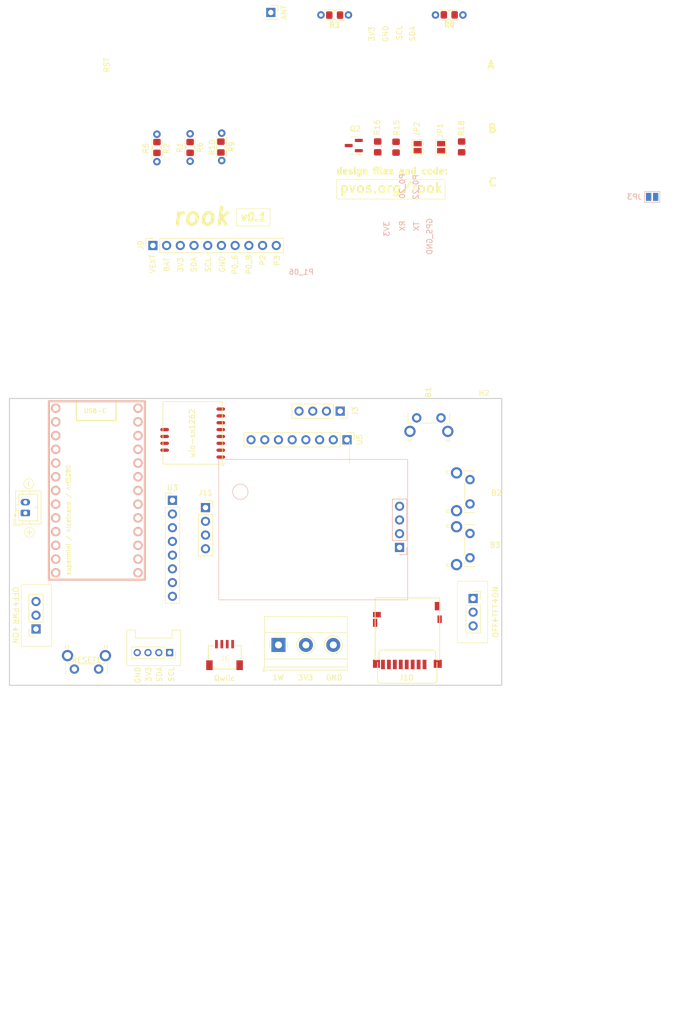
<source format=kicad_pcb>
(kicad_pcb (version 20240108) (generator "pcbnew") (generator_version "8.0")
  (layers (0 "F.Cu" signal) (31 "B.Cu" signal) (34 "B.Paste" user) (35 "F.Paste" user) (36 "B.SilkS" user "B.Silkscreen") (37 "F.SilkS" user "F.Silkscreen") (38 "B.Mask" user) (39 "F.Mask" user) (44 "Edge.Cuts" user))
  (net 0 "")
  (net 1 "P1_06")
  (net 2 "GPS_GND")
  (net 3 "RF_SW")
  (net 4 "MESH_BATT_MEASURE")
  (net 5 "GND")
  (net 6 "BAT")
  (net 7 "GPS_TX")
  (net 8 "GPS_RX")
  (net 9 "3V3")
  (net 10 "MESH_RST")
  (net 11 "Net-(J2-Pin_3)")
  (net 12 "LORA_RST")
  (net 13 "BUSY")
  (net 14 "ANT")
  (net 15 "MOSI")
  (net 16 "MISO")
  (net 17 "DIO1")
  (net 18 "Net-(J2-Pin_2)")
  (net 19 "SCK")
  (net 20 "SCL")
  (net 21 "SDA")
  (net 22 "V_EXT")
  (net 23 "P0_6")
  (net 24 "P0_8")
  (net 28 "BUTTON_A")
  (net 29 "GPS_EN")
  (net 30 "LORA_CS")
  (net 31 "P3")
  (net 32 "P2")
  (net 33 "Backlight")
  (footprint "footprints:JST_SH4_SKINNY" (layer "F.Cu") (at 19.675 118.4265)
    (property "Reference" "J6" (at -0.75 0.686 0) (layer "F.SilkS") (effects (font (size 0.93472 0.93472) (thickness 0.08128)) (justify left bottom)))
    (property "Value" "Conn_01x04_Socket" (hide yes))
    (pad "1" smd rect (at -1.5 -2.514 90) (size 1.55 0.5) (layers "F.Cu" "F.Paste" "F.Mask") (net 20 "SCL"))
    (pad "2" smd rect (at -0.5 -2.514 90) (size 1.55 0.5) (layers "F.Cu" "F.Paste" "F.Mask") (net 21 "SDA"))
    (pad "3" smd rect (at 0.5 -2.514 90) (size 1.55 0.5) (layers "F.Cu" "F.Paste" "F.Mask") (net 9 "3V3"))
    (pad "4" smd rect (at 1.5 -2.514 90) (size 1.55 0.5) (layers "F.Cu" "F.Paste" "F.Mask") (net 5 "GND"))
    (pad "MT1" smd rect (at -2.8 1.386 90) (size 1.8 1.2) (layers "F.Cu" "F.Paste" "F.Mask"))
    (pad "MT2" smd rect (at 2.8 1.386 90) (size 1.8 1.2) (layers "F.Cu" "F.Paste" "F.Mask"))
  )
  (footprint "Connector_JST:JST_PH_B2B-PH-K_1x02_P2.00mm_Vertical" (layer "F.Cu") (at -17.228046 91.625 90)
    (property "Reference" "J1" (hide yes))
    (property "Value" "Conn_01x02_Socket" (hide yes))
    (pad "1" thru_hole roundrect (at 0 0 90) (size 1.2 1.75) (drill 0.75) (layers "*.Cu" "*.Mask") (roundrect_rratio 0.208333) (net 22 "V_EXT"))
    (pad "2" thru_hole oval (at 2 0 90) (size 1.2 1.75) (drill 0.75) (layers "*.Cu" "*.Mask") (net 5 "GND"))
  )
  (footprint "footprints:st7789_154in_240x240" (layer "F.Cu") (at 42.365 78.075 -90)
    (property "Reference" "U5" (at 0 -2.33 -90) (layer "F.SilkS"))
    (property "Value" "~")
    (pad "1" thru_hole rect (at 0 0 270) (size 1.7 1.7) (drill 1) (layers "*.Cu" "*.Mask") (net 9 "3V3"))
    (pad "2" thru_hole oval (at 0 2.54 270) (size 1.7 1.7) (drill 1) (layers "*.Cu" "*.Mask"))
    (pad "3" thru_hole oval (at 0 5.08 270) (size 1.7 1.7) (drill 1) (layers "*.Cu" "*.Mask"))
    (pad "4" thru_hole oval (at 0 7.62 270) (size 1.7 1.7) (drill 1) (layers "*.Cu" "*.Mask"))
    (pad "5" thru_hole oval (at 0 10.16 270) (size 1.7 1.7) (drill 1) (layers "*.Cu" "*.Mask"))
    (pad "6" thru_hole oval (at 0 12.7 270) (size 1.7 1.7) (drill 1) (layers "*.Cu" "*.Mask"))
    (pad "7" thru_hole oval (at 0 15.24 270) (size 1.7 1.7) (drill 1) (layers "*.Cu" "*.Mask"))
    (pad "8" thru_hole oval (at 0 17.78 270) (size 1.7 1.7) (drill 1) (layers "*.Cu" "*.Mask"))
  )
  (footprint "Jumper:SolderJumper-2_P1.3mm_Open_Pad1.0x1.5mm" (layer "F.Cu") (at 55.45 23.9 90)
    (property "Reference" "JP2" (at 3.35 -0.15 90) (layer "F.SilkS"))
    (property "Value" "Jumper_2_Open")
    (pad "1" smd rect (at -0.65 0 90) (size 1 1.5) (layers "F.Cu" "F.Mask") (net 18 "Net-(J2-Pin_2)"))
    (pad "2" smd rect (at 0.65 0 90) (size 1 1.5) (layers "F.Cu" "F.Mask") (net 8 "GPS_RX"))
  )
  (footprint "footprints:nice_nano_cleanest" (layer "F.Cu") (at -3.98 88.73 -90)
    (property "Reference" "U2" (hide yes))
    (property "Value" "nice_nano_clean" (hide yes))
    (fp_text user "supermini / nice!nano / nrf5280" (at 4.17 5.27 90) (layer "F.SilkS") (effects (font (size 0.8 0.8))))
    (fp_text user "USB-C" (at -16 0.3 0) (layer "F.SilkS") (effects (font (size 0.8 0.8))))
    (pad "1" thru_hole circle (at -13.97 7.62 270) (size 1.7526 1.7526) (drill 1.0922) (layers "*.Cu" "*.SilkS" "*.Mask") (net 23 "P0_6"))
    (pad "2" thru_hole circle (at -11.43 7.62 270) (size 1.7526 1.7526) (drill 1.0922) (layers "*.Cu" "*.SilkS" "*.Mask") (net 24 "P0_8"))
    (pad "3" thru_hole circle (at -8.89 7.62 270) (size 1.7526 1.7526) (drill 1.0922) (layers "*.Cu" "*.SilkS" "*.Mask") (net 5 "GND"))
    (pad "4" thru_hole circle (at -6.35 7.62 270) (size 1.7526 1.7526) (drill 1.0922) (layers "*.Cu" "*.SilkS" "*.Mask") (net 5 "GND"))
    (pad "5" thru_hole circle (at -3.81 7.62 270) (size 1.7526 1.7526) (drill 1.0922) (layers "*.Cu" "*.SilkS" "*.Mask") (net 3 "RF_SW"))
    (pad "6" thru_hole circle (at -1.27 7.62 270) (size 1.7526 1.7526) (drill 1.0922) (layers "*.Cu" "*.SilkS" "*.Mask") (net 8 "GPS_RX"))
    (pad "7" thru_hole circle (at 1.27 7.62 270) (size 1.7526 1.7526) (drill 1.0922) (layers "*.Cu" "*.SilkS" "*.Mask") (net 7 "GPS_TX"))
    (pad "8" thru_hole circle (at 3.81 7.62 270) (size 1.7526 1.7526) (drill 1.0922) (layers "*.Cu" "*.SilkS" "*.Mask") (net 29 "GPS_EN"))
    (pad "9" thru_hole circle (at 6.35 7.62 270) (size 1.7526 1.7526) (drill 1.0922) (layers "*.Cu" "*.SilkS" "*.Mask") (net 28 "BUTTON_A"))
    (pad "10" thru_hole circle (at 8.89 7.62 270) (size 1.7526 1.7526) (drill 1.0922) (layers "*.Cu" "*.SilkS" "*.Mask") (net 20 "SCL"))
    (pad "11" thru_hole circle (at 11.43 7.62 270) (size 1.7526 1.7526) (drill 1.0922) (layers "*.Cu" "*.SilkS" "*.Mask") (net 21 "SDA"))
    (pad "12" thru_hole circle (at 13.97 7.62 270) (size 1.7526 1.7526) (drill 1.0922) (layers "*.Cu" "*.SilkS" "*.Mask") (net 1 "P1_06"))
    (pad "13" thru_hole circle (at 13.97 -7.62 270) (size 1.7526 1.7526) (drill 1.0922) (layers "*.Cu" "*.SilkS" "*.Mask") (net 12 "LORA_RST"))
    (pad "14" thru_hole circle (at 11.43 -7.62 270) (size 1.7526 1.7526) (drill 1.0922) (layers "*.Cu" "*.SilkS" "*.Mask") (net 17 "DIO1"))
    (pad "15" thru_hole circle (at 8.89 -7.62 270) (size 1.7526 1.7526) (drill 1.0922) (layers "*.Cu" "*.SilkS" "*.Mask") (net 19 "SCK"))
    (pad "16" thru_hole circle (at 6.35 -7.62 270) (size 1.7526 1.7526) (drill 1.0922) (layers "*.Cu" "*.SilkS" "*.Mask") (net 30 "LORA_CS"))
    (pad "17" thru_hole circle (at 3.81 -7.62 270) (size 1.7526 1.7526) (drill 1.0922) (layers "*.Cu" "*.SilkS" "*.Mask") (net 15 "MOSI"))
    (pad "18" thru_hole circle (at 1.27 -7.62 270) (size 1.7526 1.7526) (drill 1.0922) (layers "*.Cu" "*.SilkS" "*.Mask") (net 16 "MISO"))
    (pad "19" thru_hole circle (at -1.27 -7.62 270) (size 1.7526 1.7526) (drill 1.0922) (layers "*.Cu" "*.SilkS" "*.Mask") (net 13 "BUSY"))
    (pad "20" thru_hole circle (at -3.81 -7.62 270) (size 1.7526 1.7526) (drill 1.0922) (layers "*.Cu" "*.SilkS" "*.Mask") (net 4 "MESH_BATT_MEASURE"))
    (pad "21" thru_hole circle (at -6.35 -7.62 270) (size 1.7526 1.7526) (drill 1.0922) (layers "*.Cu" "*.SilkS" "*.Mask") (net 9 "3V3"))
    (pad "22" thru_hole circle (at -8.89 -7.62 270) (size 1.7526 1.7526) (drill 1.0922) (layers "*.Cu" "*.SilkS" "*.Mask") (net 10 "MESH_RST"))
    (pad "23" thru_hole circle (at -11.43 -7.62 270) (size 1.7526 1.7526) (drill 1.0922) (layers "*.Cu" "*.SilkS" "*.Mask") (net 5 "GND"))
    (pad "24" thru_hole circle (at -13.97 -7.62 270) (size 1.7526 1.7526) (drill 1.0922) (layers "*.Cu" "*.SilkS" "*.Mask") (net 6 "BAT"))
    (pad "25" thru_hole circle (at -16.51 -7.62 270) (size 1.7526 1.7526) (drill 1.0922) (layers "*.Cu" "*.SilkS" "*.Mask") (net 6 "BAT"))
    (pad "26" thru_hole circle (at -16.51 7.62 270) (size 1.7526 1.7526) (drill 1.0922) (layers "*.Cu" "*.SilkS" "*.Mask") (net 5 "GND"))
  )
  (footprint "Resistor_THT:R_Axial_DIN0204_L3.6mm_D1.6mm_P5.08mm_Horizontal" (layer "F.Cu") (at 19.15 26.38 90)
    (property "Reference" "R10" (at 2.45 -1.8 90) (layer "F.SilkS"))
    (property "Value" "R")
    (pad "1" thru_hole circle (at 0 0 90) (size 1.4 1.4) (drill 0.7) (layers "*.Cu" "*.Mask") (net 1 "P1_06"))
    (pad "2" thru_hole oval (at 5.08 0 90) (size 1.4 1.4) (drill 0.7) (layers "*.Cu" "*.Mask") (net 9 "3V3"))
  )
  (footprint "Button_Switch_THT:SW_Tactile_SPST_Angled_PTS645Vx31-2LFS" (layer "F.Cu") (at 65.15 95.425 -90)
    (property "Reference" "B3" (at 2.15 -4.65 0) (layer "F.SilkS"))
    (property "Value" "SW_Push" (hide yes))
    (pad "" thru_hole circle (at -1.25 2.49 270) (size 2.1 2.1) (drill 1.3) (layers "*.Cu" "*.Mask"))
    (pad "" thru_hole circle (at 5.76 2.49 270) (size 2.1 2.1) (drill 1.3) (layers "*.Cu" "*.Mask"))
    (pad "1" thru_hole circle (at 0 0 270) (size 1.75 1.75) (drill 0.99) (layers "*.Cu" "*.Mask") (net 24 "P0_8"))
    (pad "2" thru_hole circle (at 4.5 0 270) (size 1.75 1.75) (drill 0.99) (layers "*.Cu" "*.Mask") (net 5 "GND"))
  )
  (footprint "Resistor_SMD:R_0805_2012Metric_Pad1.20x1.40mm_HandSolder" (layer "F.Cu") (at 7.15 23.95 -90)
    (property "Reference" "R5" (at 0.145 2.05 90) (layer "F.SilkS"))
    (property "Value" "R")
    (pad "1" smd roundrect (at -1 0 270) (size 1.2 1.4) (layers "F.Cu" "F.Paste" "F.Mask") (roundrect_rratio 0.208333) (net 6 "BAT"))
    (pad "2" smd roundrect (at 1 0 270) (size 1.2 1.4) (layers "F.Cu" "F.Paste" "F.Mask") (roundrect_rratio 0.208333) (net 4 "MESH_BATT_MEASURE"))
  )
  (footprint "Button_Switch_THT:SW_Tactile_SPST_Angled_PTS645Vx31-2LFS" (layer "F.Cu") (at 55.275 74.025)
    (property "Reference" "B1" (at 2.15 -4.75 90) (layer "F.SilkS"))
    (property "Value" "SW_Push" (hide yes))
    (pad "" thru_hole circle (at -1.25 2.49) (size 2.1 2.1) (drill 1.3) (layers "*.Cu" "*.Mask"))
    (pad "" thru_hole circle (at 5.76 2.49) (size 2.1 2.1) (drill 1.3) (layers "*.Cu" "*.Mask"))
    (pad "1" thru_hole circle (at 0 0) (size 1.75 1.75) (drill 0.99) (layers "*.Cu" "*.Mask") (net 28 "BUTTON_A"))
    (pad "2" thru_hole circle (at 4.5 0) (size 1.75 1.75) (drill 0.99) (layers "*.Cu" "*.Mask") (net 5 "GND"))
  )
  (footprint "Jumper:SolderJumper-2_P1.3mm_Open_Pad1.0x1.5mm" (layer "F.Cu") (at 59.8 23.9 90)
    (property "Reference" "JP1" (at 3.1 -0.15 90) (layer "F.SilkS"))
    (property "Value" "Jumper_2_Open")
    (pad "1" smd rect (at -0.65 0 90) (size 1 1.5) (layers "F.Cu" "F.Mask") (net 11 "Net-(J2-Pin_3)"))
    (pad "2" smd rect (at 0.65 0 90) (size 1 1.5) (layers "F.Cu" "F.Mask") (net 7 "GPS_TX"))
  )
  (footprint "Resistor_SMD:R_0805_2012Metric_Pad1.20x1.40mm_HandSolder" (layer "F.Cu") (at 19 23.88 90)
    (property "Reference" "R9" (at 0.05 2 90) (layer "F.SilkS"))
    (property "Value" "R")
    (pad "1" smd roundrect (at -1 0 90) (size 1.2 1.4) (layers "F.Cu" "F.Paste" "F.Mask") (roundrect_rratio 0.208333) (net 1 "P1_06"))
    (pad "2" smd roundrect (at 1 0 90) (size 1.2 1.4) (layers "F.Cu" "F.Paste" "F.Mask") (roundrect_rratio 0.208333) (net 9 "3V3"))
  )
  (footprint "Connector_PinSocket_2.54mm:PinSocket_1x10_P2.54mm_Vertical" (layer "F.Cu") (at 6.4 42.1 90)
    (property "Reference" "J9" (at 0.05 -2.25 90) (layer "F.SilkS"))
    (property "Value" "Conn_01x10_Socket")
    (pad "1" thru_hole rect (at 0 0 90) (size 1.7 1.7) (drill 1) (layers "*.Cu" "*.Mask") (net 22 "V_EXT"))
    (pad "2" thru_hole oval (at 0 2.54 90) (size 1.7 1.7) (drill 1) (layers "*.Cu" "*.Mask") (net 6 "BAT"))
    (pad "3" thru_hole oval (at 0 5.08 90) (size 1.7 1.7) (drill 1) (layers "*.Cu" "*.Mask") (net 9 "3V3"))
    (pad "4" thru_hole oval (at 0 7.62 90) (size 1.7 1.7) (drill 1) (layers "*.Cu" "*.Mask") (net 21 "SDA"))
    (pad "5" thru_hole oval (at 0 10.16 90) (size 1.7 1.7) (drill 1) (layers "*.Cu" "*.Mask") (net 20 "SCL"))
    (pad "6" thru_hole oval (at 0 12.7 90) (size 1.7 1.7) (drill 1) (layers "*.Cu" "*.Mask") (net 5 "GND"))
    (pad "7" thru_hole oval (at 0 15.24 90) (size 1.7 1.7) (drill 1) (layers "*.Cu" "*.Mask") (net 23 "P0_6"))
    (pad "8" thru_hole oval (at 0 17.78 90) (size 1.7 1.7) (drill 1) (layers "*.Cu" "*.Mask") (net 24 "P0_8"))
    (pad "9" thru_hole oval (at 0 20.32 90) (size 1.7 1.7) (drill 1) (layers "*.Cu" "*.Mask") (net 32 "P2"))
    (pad "10" thru_hole oval (at 0 22.86 90) (size 1.7 1.7) (drill 1) (layers "*.Cu" "*.Mask") (net 31 "P3"))
  )
  (footprint "MountingHole:MountingHole_3.2mm_M3" (layer "F.Cu") (at -16.775 73.575)
    (property "Reference" "H4" (hide yes))
    (property "Value" "MountingHole")
    (pad "" np_thru_hole circle (at 0 0) (size 3.2 3.2) (drill 3.2) (layers "*.Cu" "*.Mask"))
  )
  (footprint "Resistor_SMD:R_0805_2012Metric_Pad1.20x1.40mm_HandSolder" (layer "F.Cu") (at 51.45 23.9 90)
    (property "Reference" "R15" (at 3.6 0.1 90) (layer "F.SilkS"))
    (property "Value" "R")
    (pad "1" smd roundrect (at -1 0 90) (size 1.2 1.4) (layers "F.Cu" "F.Paste" "F.Mask") (roundrect_rratio 0.208333) (net 18 "Net-(J2-Pin_2)"))
    (pad "2" smd roundrect (at 1 0 90) (size 1.2 1.4) (layers "F.Cu" "F.Paste" "F.Mask") (roundrect_rratio 0.208333) (net 8 "GPS_RX"))
  )
  (footprint "Resistor_SMD:R_0805_2012Metric_Pad1.20x1.40mm_HandSolder" (layer "F.Cu") (at 13.3 23.94 90)
    (property "Reference" "R6" (at 0 1.85 90) (layer "F.SilkS"))
    (property "Value" "R")
    (pad "1" smd roundrect (at -1 0 90) (size 1.2 1.4) (layers "F.Cu" "F.Paste" "F.Mask") (roundrect_rratio 0.208333) (net 4 "MESH_BATT_MEASURE"))
    (pad "2" smd roundrect (at 1 0 90) (size 1.2 1.4) (layers "F.Cu" "F.Paste" "F.Mask") (roundrect_rratio 0.208333) (net 5 "GND"))
  )
  (footprint "Package_TO_SOT_SMD:SOT-23" (layer "F.Cu") (at 43.6125 23.6 180)
    (property "Reference" "Q2" (at -0.3 3.1 0) (layer "F.SilkS"))
    (property "Value" "2N7002")
    (pad "1" smd roundrect (at -0.9375 -0.95 180) (size 1.475 0.6) (layers "F.Cu" "F.Paste" "F.Mask") (net 29 "GPS_EN"))
    (pad "2" smd roundrect (at -0.9375 0.95 180) (size 1.475 0.6) (layers "F.Cu" "F.Paste" "F.Mask") (net 5 "GND"))
    (pad "3" smd roundrect (at 0.9375 0 180) (size 1.475 0.6) (layers "F.Cu" "F.Paste" "F.Mask") (net 2 "GPS_GND"))
  )
  (footprint "Button_Switch_THT:SW_Tactile_SPST_Angled_PTS645Vx31-2LFS" (layer "F.Cu") (at 65.15 85.45 -90)
    (property "Reference" "B2" (at 2.475 -4.9 0) (layer "F.SilkS"))
    (property "Value" "SW_Push" (hide yes))
    (pad "" thru_hole circle (at -1.25 2.49 270) (size 2.1 2.1) (drill 1.3) (layers "*.Cu" "*.Mask"))
    (pad "" thru_hole circle (at 5.76 2.49 270) (size 2.1 2.1) (drill 1.3) (layers "*.Cu" "*.Mask"))
    (pad "1" thru_hole circle (at 0 0 270) (size 1.75 1.75) (drill 0.99) (layers "*.Cu" "*.Mask") (net 23 "P0_6"))
    (pad "2" thru_hole circle (at 4.5 0 270) (size 1.75 1.75) (drill 0.99) (layers "*.Cu" "*.Mask") (net 5 "GND"))
  )
  (footprint "footprints:st7789_tft_2in_320x240" (layer "F.Cu") (at 10.025 89.275)
    (property "Reference" "U3" (at 0 -2.33 0) (layer "F.SilkS"))
    (property "Value" "~")
    (pad "1" thru_hole rect (at 0 0) (size 1.7 1.7) (drill 1) (layers "*.Cu" "*.Mask") (net 9 "3V3"))
    (pad "2" thru_hole oval (at 0 2.54) (size 1.7 1.7) (drill 1) (layers "*.Cu" "*.Mask"))
    (pad "3" thru_hole oval (at 0 5.08) (size 1.7 1.7) (drill 1) (layers "*.Cu" "*.Mask"))
    (pad "4" thru_hole oval (at 0 7.62) (size 1.7 1.7) (drill 1) (layers "*.Cu" "*.Mask"))
    (pad "5" thru_hole oval (at 0 10.16) (size 1.7 1.7) (drill 1) (layers "*.Cu" "*.Mask"))
    (pad "6" thru_hole oval (at 0 12.7) (size 1.7 1.7) (drill 1) (layers "*.Cu" "*.Mask"))
    (pad "7" thru_hole oval (at 0 15.24) (size 1.7 1.7) (drill 1) (layers "*.Cu" "*.Mask"))
    (pad "8" thru_hole oval (at 0 17.78) (size 1.7 1.7) (drill 1) (layers "*.Cu" "*.Mask"))
  )
  (footprint "Resistor_SMD:R_0805_2012Metric_Pad1.20x1.40mm_HandSolder" (layer "F.Cu") (at 48.05 23.85 -90)
    (property "Reference" "R16" (at -3.6 0.1 90) (layer "F.SilkS"))
    (property "Value" "10K")
    (pad "1" smd roundrect (at -1 0 270) (size 1.2 1.4) (layers "F.Cu" "F.Paste" "F.Mask") (roundrect_rratio 0.208333) (net 5 "GND"))
    (pad "2" smd roundrect (at 1 0 270) (size 1.2 1.4) (layers "F.Cu" "F.Paste" "F.Mask") (roundrect_rratio 0.208333) (net 29 "GPS_EN"))
  )
  (footprint "footprints:usual_switch" (layer "F.Cu") (at 65.725 107.45)
    (property "Reference" "TFT_BL1" (hide yes))
    (property "Value" "Conn_01x03_Socket" (hide yes))
    (pad "1" thru_hole rect (at 0 0) (size 1.7 1.7) (drill 1) (layers "*.Cu" "*.Mask") (net 9 "3V3"))
    (pad "2" thru_hole oval (at 0 2.54) (size 1.7 1.7) (drill 1) (layers "*.Cu" "*.Mask") (net 33 "Backlight"))
    (pad "3" thru_hole oval (at 0 5.08) (size 1.7 1.7) (drill 1) (layers "*.Cu" "*.Mask"))
  )
  (footprint "footprints:ssd1306_a" (layer "F.Cu") (at 16.15 90.63)
    (property "Reference" "J11" (at 0 -2.77 0) (layer "F.SilkS"))
    (property "Value" "Conn_01x04_Pin")
    (pad "1" thru_hole oval (at 0 7.62) (size 1.7 1.7) (drill 1) (layers "*.Cu" "*.Mask") (net 9 "3V3"))
    (pad "2" thru_hole oval (at 0 5.08) (size 1.7 1.7) (drill 1) (layers "*.Cu" "*.Mask") (net 5 "GND"))
    (pad "3" thru_hole oval (at 0 2.54) (size 1.7 1.7) (drill 1) (layers "*.Cu" "*.Mask") (net 20 "SCL"))
    (pad "4" thru_hole rect (at 0 0) (size 1.7 1.7) (drill 1) (layers "*.Cu" "*.Mask") (net 21 "SDA"))
  )
  (footprint "Resistor_THT:R_Axial_DIN0204_L3.6mm_D1.6mm_P5.08mm_Horizontal" (layer "F.Cu") (at 13.3 26.5 90)
    (property "Reference" "R1" (at 2.54 -1.92 90) (layer "F.SilkS"))
    (property "Value" "R")
    (pad "1" thru_hole circle (at 0 0 90) (size 1.4 1.4) (drill 0.7) (layers "*.Cu" "*.Mask") (net 4 "MESH_BATT_MEASURE"))
    (pad "2" thru_hole oval (at 5.08 0 90) (size 1.4 1.4) (drill 0.7) (layers "*.Cu" "*.Mask") (net 5 "GND"))
  )
  (footprint "footprints:DM3D-SF_outline" (layer "F.Cu") (at 53.525 118.8)
    (property "Reference" "J10" (at -0.1524 3.3274 0) (layer "F.SilkS"))
    (property "Value" "Micro_SD_Card" (hide yes))
    (pad "1" smd rect (at 3.2 0.875) (size 0.7 1.75) (layers "F.Cu" "F.Paste" "F.Mask"))
    (pad "2" smd rect (at 2.1 0.875) (size 0.7 1.75) (layers "F.Cu" "F.Paste" "F.Mask") (net 1 "P1_06"))
    (pad "3" smd rect (at 1 0.875) (size 0.7 1.75) (layers "F.Cu" "F.Paste" "F.Mask") (net 15 "MOSI"))
    (pad "4" smd rect (at -0.1 0.875) (size 0.7 1.75) (layers "F.Cu" "F.Paste" "F.Mask") (net 9 "3V3"))
    (pad "5" smd rect (at -1.2 0.875) (size 0.7 1.75) (layers "F.Cu" "F.Paste" "F.Mask") (net 19 "SCK"))
    (pad "6" smd rect (at -2.3 0.875) (size 0.7 1.75) (layers "F.Cu" "F.Paste" "F.Mask") (net 5 "GND"))
    (pad "7" smd rect (at -3.4 0.875) (size 0.7 1.75) (layers "F.Cu" "F.Paste" "F.Mask") (net 16 "MISO"))
    (pad "8" smd rect (at -4.5 0.875) (size 0.7 1.75) (layers "F.Cu" "F.Paste" "F.Mask"))
    (pad "9" smd rect (at -5.7 0.75) (size 1.3 1.5) (layers "F.Cu" "F.Paste" "F.Mask") (net 5 "GND"))
    (pad "10" smd rect (at -5.95 -6.85) (size 0.8 1.5) (layers "F.Cu" "F.Paste" "F.Mask"))
    (pad "11" smd rect (at 6 -7.5) (size 0.8 1.4) (layers "F.Cu" "F.Paste" "F.Mask"))
    (pad "12" smd rect (at 5.65 0.75) (size 1.5 1.5) (layers "F.Cu" "F.Paste" "F.Mask"))
    (pad "A" smd rect (at 5.6 -9.925) (size 1 1.55) (layers "F.Cu" "F.Paste" "F.Mask"))
    (pad "B" smd rect (at -5.625 -8.35) (size 1.45 1) (layers "F.Cu" "F.Paste" "F.Mask"))
  )
  (footprint "MountingHole:MountingHole_3.2mm_M3" (layer "F.Cu") (at -16.85 120.3)
    (property "Reference" "H1" (hide yes))
    (property "Value" "MountingHole" (hide yes))
    (pad "" np_thru_hole circle (at 0 0) (size 3.2 3.2) (drill 3.2) (layers "*.Cu" "*.Mask"))
  )
  (footprint "Resistor_SMD:R_0805_2012Metric_Pad1.20x1.40mm_HandSolder" (layer "F.Cu") (at 63.6 23.85 90)
    (property "Reference" "R18" (at 3.45 -0.05 90) (layer "F.SilkS"))
    (property "Value" "R")
    (pad "1" smd roundrect (at -1 0 90) (size 1.2 1.4) (layers "F.Cu" "F.Paste" "F.Mask") (roundrect_rratio 0.208333) (net 11 "Net-(J2-Pin_3)"))
    (pad "2" smd roundrect (at 1 0 90) (size 1.2 1.4) (layers "F.Cu" "F.Paste" "F.Mask") (roundrect_rratio 0.208333) (net 7 "GPS_TX"))
  )
  (footprint "Resistor_SMD:R_0805_2012Metric_Pad1.20x1.40mm_HandSolder" (layer "F.Cu") (at 61.3 -0.6 180)
    (property "Reference" "R8" (at -0.03 -1.75 0) (layer "F.SilkS"))
    (property "Value" "R")
    (pad "1" smd roundrect (at -1 0 180) (size 1.2 1.4) (layers "F.Cu" "F.Paste" "F.Mask") (roundrect_rratio 0.208333) (net 21 "SDA"))
    (pad "2" smd roundrect (at 1 0 180) (size 1.2 1.4) (layers "F.Cu" "F.Paste" "F.Mask") (roundrect_rratio 0.208333) (net 9 "3V3"))
  )
  (footprint "footprints:ssd1306_a" (layer "F.Cu") (at 41.1 72.775 -90)
    (property "Reference" "J3" (at 0 -2.77 90) (layer "F.SilkS"))
    (property "Value" "Conn_01x04_Pin" (hide yes))
    (pad "1" thru_hole oval (at 0 7.62 270) (size 1.7 1.7) (drill 1) (layers "*.Cu" "*.Mask") (net 9 "3V3"))
    (pad "2" thru_hole oval (at 0 5.08 270) (size 1.7 1.7) (drill 1) (layers "*.Cu" "*.Mask") (net 5 "GND"))
    (pad "3" thru_hole oval (at 0 2.54 270) (size 1.7 1.7) (drill 1) (layers "*.Cu" "*.Mask") (net 20 "SCL"))
    (pad "4" thru_hole rect (at 0 0 270) (size 1.7 1.7) (drill 1) (layers "*.Cu" "*.Mask") (net 21 "SDA"))
  )
  (footprint "Resistor_THT:R_Axial_DIN0204_L3.6mm_D1.6mm_P5.08mm_Horizontal" (layer "F.Cu") (at 42.62 -0.58 180)
    (property "Reference" "R3" (at 2.54 -1.92 180) (layer "F.SilkS"))
    (property "Value" "R")
    (pad "1" thru_hole circle (at 0 0 180) (size 1.4 1.4) (drill 0.7) (layers "*.Cu" "*.Mask") (net 20 "SCL"))
    (pad "2" thru_hole oval (at 5.08 0 180) (size 1.4 1.4) (drill 0.7) (layers "*.Cu" "*.Mask") (net 9 "3V3"))
  )
  (footprint "Resistor_SMD:R_0805_2012Metric_Pad1.20x1.40mm_HandSolder" (layer "F.Cu") (at 40.08 -0.55 180)
    (property "Reference" "R7" (at -0.03 -1.8 0) (layer "F.SilkS"))
    (property "Value" "R")
    (pad "1" smd roundrect (at -1 0 180) (size 1.2 1.4) (layers "F.Cu" "F.Paste" "F.Mask") (roundrect_rratio 0.208333) (net 20 "SCL"))
    (pad "2" smd roundrect (at 1 0 180) (size 1.2 1.4) (layers "F.Cu" "F.Paste" "F.Mask") (roundrect_rratio 0.208333) (net 9 "3V3"))
  )
  (footprint "Resistor_THT:R_Axial_DIN0204_L3.6mm_D1.6mm_P5.08mm_Horizontal" (layer "F.Cu") (at 7.15 21.5 -90)
    (property "Reference" "R2" (at 2.65 -1.8 90) (layer "F.SilkS"))
    (property "Value" "R")
    (pad "1" thru_hole circle (at 0 0 270) (size 1.4 1.4) (drill 0.7) (layers "*.Cu" "*.Mask") (net 6 "BAT"))
    (pad "2" thru_hole oval (at 5.08 0 270) (size 1.4 1.4) (drill 0.7) (layers "*.Cu" "*.Mask") (net 4 "MESH_BATT_MEASURE"))
  )
  (footprint "footprints:grove_a" (layer "F.Cu") (at 9.5 117.475 -90)
    (property "Reference" "U4" (hide yes))
    (property "Value" "grove_a" (hide yes))
    (pad "1" thru_hole oval (at 0 6 270) (size 1.35 1.35) (drill 0.8) (layers "*.Cu" "*.Mask") (net 5 "GND"))
    (pad "2" thru_hole oval (at 0 4 270) (size 1.35 1.35) (drill 0.8) (layers "*.Cu" "*.Mask") (net 9 "3V3"))
    (pad "3" thru_hole oval (at 0 2 270) (size 1.35 1.35) (drill 0.8) (layers "*.Cu" "*.Mask") (net 21 "SDA"))
    (pad "4" thru_hole rect (at 0 0 270) (size 1.35 1.35) (drill 0.8) (layers "*.Cu" "*.Mask") (net 20 "SCL"))
  )
  (footprint "MountingHole:MountingHole_3.2mm_M3" (layer "F.Cu") (at 67.75 73.65)
    (property "Reference" "H2" (at 0 -4.2 0) (layer "F.SilkS"))
    (property "Value" "MountingHole")
    (pad "" np_thru_hole circle (at 0 0) (size 3.2 3.2) (drill 3.2) (layers "*.Cu" "*.Mask"))
  )
  (footprint "MountingHole:MountingHole_3.2mm_M3" (layer "F.Cu") (at 67.6 120.175)
    (property "Reference" "H3" (hide yes))
    (property "Value" "MountingHole")
    (pad "" np_thru_hole circle (at 0 0) (size 3.2 3.2) (drill 3.2) (layers "*.Cu" "*.Mask"))
  )
  (footprint "footprints:usual_switch" (layer "F.Cu") (at -15.25 113.1 180)
    (property "Reference" "J8" (hide yes))
    (property "Value" "Conn_01x03_Socket" (hide yes))
    (pad "1" thru_hole rect (at 0 0 180) (size 1.7 1.7) (drill 1) (layers "*.Cu" "*.Mask") (net 6 "BAT"))
    (pad "2" thru_hole oval (at 0 2.54 180) (size 1.7 1.7) (drill 1) (layers "*.Cu" "*.Mask") (net 22 "V_EXT"))
    (pad "3" thru_hole oval (at 0 5.08 180) (size 1.7 1.7) (drill 1) (layers "*.Cu" "*.Mask"))
  )
  (footprint "wio-sx1262:wio-sx1262" (layer "F.Cu") (at 19.275 82.6 90)
    (property "Reference" "U1" (hide yes))
    (property "Value" "wio-sx1262" (at 5.72 -5.6 90) (layer "F.SilkS"))
    (pad "1" smd roundrect (at 1.33 -0.3 180) (size 1.6 0.6) (layers "F.Cu" "F.Paste" "F.Mask") (roundrect_rratio 0.5) (net 3 "RF_SW"))
    (pad "2" smd roundrect (at 2.6 -0.3 180) (size 1.6 0.6) (layers "F.Cu" "F.Paste" "F.Mask") (roundrect_rratio 0.5) (net 16 "MISO"))
    (pad "3" smd roundrect (at 3.87 -0.3 180) (size 1.6 0.6) (layers "F.Cu" "F.Paste" "F.Mask") (roundrect_rratio 0.5) (net 15 "MOSI"))
    (pad "4" smd roundrect (at 5.14 -0.3 180) (size 1.6 0.6) (layers "F.Cu" "F.Paste" "F.Mask") (roundrect_rratio 0.5) (net 19 "SCK"))
    (pad "5" smd roundrect (at 6.41 -0.3 180) (size 1.6 0.6) (layers "F.Cu" "F.Paste" "F.Mask") (roundrect_rratio 0.5) (net 12 "LORA_RST"))
    (pad "6" smd roundrect (at 7.68 -0.3 180) (size 1.6 0.6) (layers "F.Cu" "F.Paste" "F.Mask") (roundrect_rratio 0.5) (net 30 "LORA_CS"))
    (pad "7" smd roundrect (at 8.95 -0.3 180) (size 1.6 0.6) (layers "F.Cu" "F.Paste" "F.Mask") (roundrect_rratio 0.5) (net 5 "GND"))
    (pad "8" smd roundrect (at 10.22 -0.3 180) (size 1.6 0.6) (layers "F.Cu" "F.Paste" "F.Mask") (roundrect_rratio 0.5) (net 9 "3V3"))
    (pad "9" smd roundrect (at 6.41 -10.7 180) (size 1.6 0.6) (layers "F.Cu" "F.Paste" "F.Mask") (roundrect_rratio 0.5) (net 14 "ANT"))
    (pad "10" smd roundrect (at 5.14 -10.7 180) (size 1.6 0.6) (layers "F.Cu" "F.Paste" "F.Mask") (roundrect_rratio 0.5) (net 5 "GND"))
    (pad "11" smd roundrect (at 3.87 -10.7 180) (size 1.6 0.6) (layers "F.Cu" "F.Paste" "F.Mask") (roundrect_rratio 0.5) (net 13 "BUSY"))
    (pad "12" smd roundrect (at 2.6 -10.7 180) (size 1.6 0.6) (layers "F.Cu" "F.Paste" "F.Mask") (roundrect_rratio 0.5) (net 17 "DIO1"))
  )
  (footprint "TerminalBlock_Phoenix:TerminalBlock_Phoenix_MKDS-1,5-3-5.08_1x03_P5.08mm_Horizontal" (layer "F.Cu") (at 29.665 116.055)
    (property "Reference" "J7" (hide yes))
    (property "Value" "Screw_Terminal_01x03" (hide yes))
    (pad "1" thru_hole rect (at 0 0) (size 2.6 2.6) (drill 1.3) (layers "*.Cu" "*.Mask") (net 1 "P1_06"))
    (pad "2" thru_hole circle (at 5.08 0) (size 2.6 2.6) (drill 1.3) (layers "*.Cu" "*.Mask") (net 9 "3V3"))
    (pad "3" thru_hole circle (at 10.16 0) (size 2.6 2.6) (drill 1.3) (layers "*.Cu" "*.Mask") (net 5 "GND"))
  )
  (footprint "Button_Switch_THT:SW_Tactile_SPST_Angled_PTS645Vx31-2LFS" (layer "F.Cu") (at -3.65 120.525 180)
    (property "Reference" "RESET1" (at 2.25 1.68 0) (layer "F.SilkS"))
    (property "Value" "SW_Push")
    (pad "" thru_hole circle (at -1.25 2.49 180) (size 2.1 2.1) (drill 1.3) (layers "*.Cu" "*.Mask"))
    (pad "" thru_hole circle (at 5.76 2.49 180) (size 2.1 2.1) (drill 1.3) (layers "*.Cu" "*.Mask"))
    (pad "1" thru_hole circle (at 0 0 180) (size 1.75 1.75) (drill 0.99) (layers "*.Cu" "*.Mask") (net 10 "MESH_RST"))
    (pad "2" thru_hole circle (at 4.5 0 180) (size 1.75 1.75) (drill 0.99) (layers "*.Cu" "*.Mask") (net 5 "GND"))
  )
  (footprint "Connector_PinSocket_2.54mm:PinSocket_1x01_P2.54mm_Vertical" (layer "F.Cu") (at 28.25 -1.04)
    (property "Reference" "J4" (hide yes))
    (property "Value" "Conn_01x01_Socket" (hide yes))
    (pad "1" thru_hole rect (at 0 0) (size 1.7 1.7) (drill 1) (layers "*.Cu" "*.Mask") (net 14 "ANT"))
  )
  (footprint "Resistor_THT:R_Axial_DIN0204_L3.6mm_D1.6mm_P5.08mm_Horizontal" (layer "F.Cu") (at 63.84 -0.57 180)
    (property "Reference" "R4" (at 2.53 -1.85 0) (layer "F.SilkS"))
    (property "Value" "R")
    (pad "1" thru_hole circle (at 0 0 180) (size 1.4 1.4) (drill 0.7) (layers "*.Cu" "*.Mask") (net 21 "SDA"))
    (pad "2" thru_hole oval (at 5.08 0 180) (size 1.4 1.4) (drill 0.7) (layers "*.Cu" "*.Mask") (net 9 "3V3"))
  )
  (footprint "footprints:gps_ublox_blue" (layer "B.Cu") (at 52.1 98)
    (property "Reference" "J2" (hide yes))
    (property "Value" "Conn_01x04_Pin" (hide yes))
    (pad "1" thru_hole rect (at 0 0) (size 1.7 1.7) (drill 1) (layers "*.Cu" "*.Mask") (net 9 "3V3"))
    (pad "2" thru_hole oval (at 0 -2.54) (size 1.7 1.7) (drill 1) (layers "*.Cu" "*.Mask") (net 18 "Net-(J2-Pin_2)"))
    (pad "3" thru_hole oval (at 0 -5.08) (size 1.7 1.7) (drill 1) (layers "*.Cu" "*.Mask") (net 11 "Net-(J2-Pin_3)"))
    (pad "4" thru_hole oval (at 0 -7.62) (size 1.7 1.7) (drill 1) (layers "*.Cu" "*.Mask") (net 2 "GPS_GND"))
  )
  (footprint "Jumper:SolderJumper-2_P1.3mm_Open_Pad1.0x1.5mm" (layer "B.Cu") (at 98.9 33.1)
    (property "Reference" "JP3" (at -3.3 0 0) (layer "B.SilkS") (effects (justify mirror)))
    (property "Value" "Jumper_2_Open")
    (pad "1" smd rect (at -0.65 0) (size 1 1.5) (layers "B.Cu" "B.Mask") (net 5 "GND"))
    (pad "2" smd rect (at 0.65 0) (size 1 1.5) (layers "B.Cu" "B.Mask") (net 2 "GPS_GND"))
  )
  (gr_line (start -19.025 113.35) (end -19.4 113.175) (stroke (width 0.2)) (layer "B.Cu"))
  (gr_line (start 69.8 107.675) (end 70.175 107.85) (stroke (width 0.2)) (layer "B.Cu"))
  (gr_line (start -19 108.3) (end -18.625 108.475) (stroke (width 0.2)) (layer "B.Cu"))
  (gr_line (start 69.825 111.7) (end 69.45 111.525) (stroke (width 0.2)) (layer "B.Cu"))
  (gr_line (start -19.025 113.35) (end -18.625 113.15) (stroke (width 0.2)) (layer "F.SilkS"))
  (gr_circle (center -16.625 86.2) (end -17.225 86.9) (stroke (width 0.1)) (fill none) (layer "F.SilkS"))
  (gr_line (start 69.825 111.7) (end 70.225 111.5) (stroke (width 0.2)) (layer "F.SilkS"))
  (gr_line (start 69.8 107.675) (end 69.4 107.875) (stroke (width 0.2)) (layer "F.SilkS"))
  (gr_line (start 69.825 111.15) (end 69.825 111.7) (stroke (width 0.2)) (layer "F.SilkS"))
  (gr_line (start -19 108.3) (end -19.4 108.5) (stroke (width 0.2)) (layer "F.SilkS"))
  (gr_circle (center -16.475 95.2) (end -17.075 95.9) (stroke (width 0.1)) (fill none) (layer "F.SilkS"))
  (gr_line (start -19.025 112.8) (end -19.025 113.35) (stroke (width 0.2)) (layer "F.SilkS"))
  (gr_rect (start 21.9 35.3) (end 28.1 38.5) (stroke (width 0.1)) (fill none) (layer "F.SilkS"))
  (gr_line (start 69.8 108.225) (end 69.8 107.675) (stroke (width 0.2)) (layer "F.SilkS"))
  (gr_line (start 70.175 107.85) (end 69.8 107.675) (stroke (width 0.2)) (layer "F.SilkS"))
  (gr_line (start -19 108.85) (end -19 108.3) (stroke (width 0.2)) (layer "F.SilkS"))
  (gr_line (start -18.625 108.475) (end -19 108.3) (stroke (width 0.2)) (layer "F.SilkS"))
  (gr_rect (start 40.45 29.9) (end 60.55 33.5) (stroke (width 0.1)) (fill none) (layer "F.SilkS"))
  (gr_line (start -19.4 113.175) (end -19.025 113.35) (stroke (width 0.2)) (layer "F.SilkS"))
  (gr_line (start 69.45 111.525) (end 69.825 111.7) (stroke (width 0.2)) (layer "F.SilkS"))
  (gr_rect (start -20.175 70.425) (end 71.025 123.525) (stroke (width 0.2)) (fill none) (layer "Edge.Cuts"))
  (gr_text "P0_20" (at 53.2 28.7 90) (layer "B.SilkS") (effects (font (size 1 1)) (justify left bottom mirror)))
  (gr_text "TX" (at 55.8 37.6 90) (layer "B.SilkS") (effects (font (size 1 1)) (justify left bottom mirror)))
  (gr_text "RX" (at 53.2 37.4 90) (layer "B.SilkS") (effects (font (size 1 1)) (justify left bottom mirror)))
  (gr_text "P1_06" (at 36.3 47.6 0) (layer "B.SilkS") (effects (font (size 1 1)) (justify left bottom mirror)))
  (gr_text "3V3" (at 50.3 37.55 90) (layer "B.SilkS") (effects (font (size 1 1)) (justify left bottom mirror)))
  (gr_text "P0_22" (at 55.7 28.85 90) (layer "B.SilkS") (effects (font (size 1 1)) (justify left bottom mirror)))
  (gr_text "GPS_GND" (at 58.25 36.95 90) (layer "B.SilkS") (effects (font (size 1 1)) (justify left bottom mirror)))
  (gr_text "P0_6" (at 22.17 47.6 90) (layer "F.SilkS") (effects (font (size 1 1)) (justify left bottom)))
  (gr_text "B" (at 68.35 21.3 0) (layer "F.SilkS") (effects (font (size 1.5 1.5) (thickness 0.3) (bold yes)) (justify left bottom)))
  (gr_text "pvos.org/rook" (at 40.85 32.5 0) (layer "F.SilkS") (effects (font (size 1.8 1.8) (thickness 0.3) (bold yes)) (justify left bottom)))
  (gr_text "RST" (at -1.55 10.15 90) (layer "F.SilkS") (effects (font (size 1 1)) (justify left bottom)))
  (gr_text "SCL" (at 17.22 47.15 90) (layer "F.SilkS") (effects (font (size 1 1)) (justify left bottom)))
  (gr_text "ON" (at 70.425 107.425 90) (layer "F.SilkS") (effects (font (size 1 1)) (justify left bottom)))
  (gr_text "+" (at -17.196954 95.7 0) (layer "F.SilkS") (effects (font (size 1 1)) (justify left bottom)))
  (gr_text "3V3" (at 47.55 4.4 90) (layer "F.SilkS") (effects (font (size 1 1)) (justify left bottom)))
  (gr_text "SCL" (at 10.4 122.975 90) (layer "F.SilkS") (effects (font (size 1 1)) (justify left bottom)))
  (gr_text "GND" (at 50.1 4.55 90) (layer "F.SilkS") (effects (font (size 1 1)) (justify left bottom)))
  (gr_text "SDA" (at 8.2 123.022619 90) (layer "F.SilkS") (effects (font (size 1 1)) (justify left bottom)))
  (gr_text "ANT" (at 30.7 -1.04 90) (layer "F.SilkS") (effects (font (size 1 1))))
  (gr_text "3V3" (at 12.12 47.15 90) (layer "F.SilkS") (effects (font (size 1 1)) (justify left bottom)))
  (gr_text "ON" (at -19.65 113.6 -90) (layer "F.SilkS") (effects (font (size 1 1)) (justify left bottom)))
  (gr_text "SCL" (at 52.65 4.2 90) (layer "F.SilkS") (effects (font (size 1 1)) (justify left bottom)))
  (gr_text "P0_8" (at 24.77 47.6 90) (layer "F.SilkS") (effects (font (size 1 1)) (justify left bottom)))
  (gr_text "3V3" (at 33.215 122.705 0) (layer "F.SilkS") (effects (font (size 1 1)) (justify left bottom)))
  (gr_text "3V3" (at 6.2 122.975 90) (layer "F.SilkS") (effects (font (size 1 1)) (justify left bottom)))
  (gr_text "TFT" (at 70.475 111 90) (layer "F.SilkS") (effects (font (size 1 1)) (justify left bottom)))
  (gr_text "OFF" (at 70.475 114.8 90) (layer "F.SilkS") (effects (font (size 1 1)) (justify left bottom)))
  (gr_text "GND" (at 4.2 123.260714 90) (layer "F.SilkS") (effects (font (size 1 1)) (justify left bottom)))
  (gr_text "P2" (at 27.33 45.9 90) (layer "F.SilkS") (effects (font (size 1 1)) (justify left bottom)))
  (gr_text "C" (at 68.4 31.25 0) (layer "F.SilkS") (effects (font (size 1.5 1.5) (thickness 0.3) (bold yes)) (justify left bottom)))
  (gr_text "SDA" (at 55.05 4.4 90) (layer "F.SilkS") (effects (font (size 1 1)) (justify left bottom)))
  (gr_text "v0.1" (at 22.4 37.7 0) (layer "F.SilkS") (effects (font (size 1.5 1.5) (thickness 0.375) (bold yes) (italic yes)) (justify left bottom)))
  (gr_text "rook" (at 9.8 38.6 0) (layer "F.SilkS") (effects (font (size 3.2 3.2) (thickness 0.6) (bold yes) (italic yes)) (justify left bottom)))
  (gr_text "BAT" (at 9.57 47.05 90) (layer "F.SilkS") (effects (font (size 1 1)) (justify left bottom)))
  (gr_text "A" (at 68.19 9.55 0) (layer "F.SilkS") (effects (font (size 1.5 1.5) (thickness 0.3) (bold yes)) (justify left bottom)))
  (gr_text "GND" (at 19.82 47.2 90) (layer "F.SilkS") (effects (font (size 1 1)) (justify left bottom)))
  (gr_text "GND" (at 38.365 122.705 0) (layer "F.SilkS") (effects (font (size 1 1)) (justify left bottom)))
  (gr_text "VEXT" (at 6.97 47.35 90) (layer "F.SilkS") (effects (font (size 1 1)) (justify left bottom)))
  (gr_text "design files and code:" (at 40.25 29 0) (layer "F.SilkS") (effects (font (size 1.2 1.2) (thickness 0.3) (bold yes)) (justify left bottom)))
  (gr_text "Qwiic" (at 19.675 122.8125 0) (layer "F.SilkS") (effects (font (size 1 1)) (justify bottom)))
  (gr_text "PWR" (at -19.625 109.05 -90) (layer "F.SilkS") (effects (font (size 1 1)) (justify left bottom)))
  (gr_text "OFF" (at -19.65 105.2 -90) (layer "F.SilkS") (effects (font (size 1 1)) (justify left bottom)))
  (gr_text "-" (at -16.125 86.9 90) (layer "F.SilkS") (effects (font (size 1 1)) (justify left bottom)))
  (gr_text "1W" (at 28.465 122.655 0) (layer "F.SilkS") (effects (font (size 1 1)) (justify left bottom)))
  (gr_text "SDA" (at 14.57 47.15 90) (layer "F.SilkS") (effects (font (size 1 1)) (justify left bottom)))
  (gr_text "P3" (at 29.98 45.95 90) (layer "F.SilkS") (effects (font (size 1 1)) (justify left bottom)))
)
</source>
